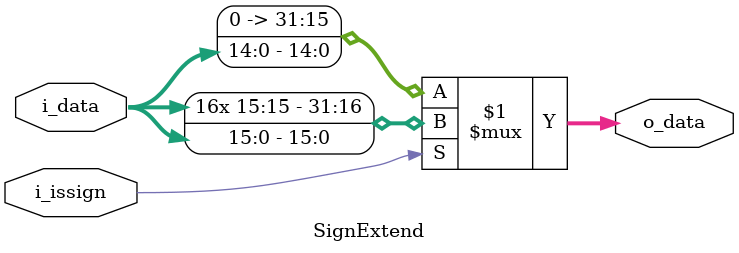
<source format=v>
module SignExtend(i_data, o_data, i_issign);
	input 			i_issign;
	input   [15:0]  i_data;
	output  [31:0]  o_data;
	
	assign o_data = i_issign ? {{17{i_data[15]}},i_data[14:0]} : {17'd0,i_data[14:0]};
endmodule

</source>
